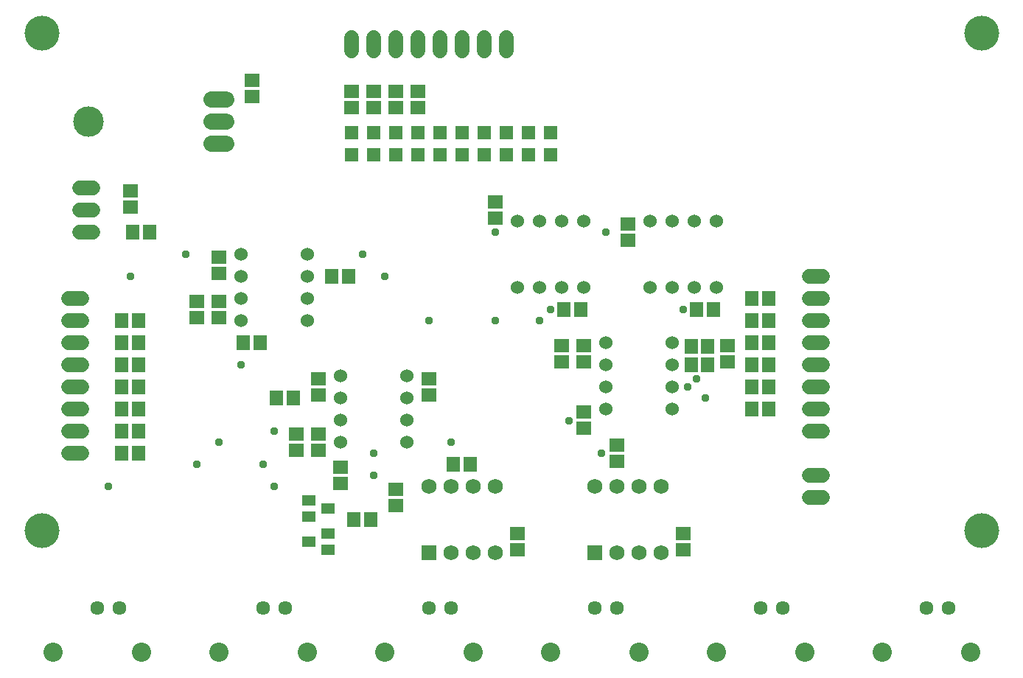
<source format=gts>
G75*
%MOIN*%
%OFA0B0*%
%FSLAX25Y25*%
%IPPOS*%
%LPD*%
%AMOC8*
5,1,8,0,0,1.08239X$1,22.5*
%
%ADD10C,0.15750*%
%ADD11R,0.05950X0.05950*%
%ADD12C,0.06343*%
%ADD13C,0.08674*%
%ADD14R,0.06706X0.05918*%
%ADD15R,0.05918X0.06706*%
%ADD16C,0.06737*%
%ADD17C,0.07400*%
%ADD18C,0.13800*%
%ADD19R,0.06800X0.06800*%
%ADD20C,0.06800*%
%ADD21C,0.06000*%
%ADD22R,0.06312X0.04737*%
%ADD23C,0.03778*%
D10*
X0011500Y0168506D03*
X0011500Y0393506D03*
X0436500Y0393506D03*
X0436500Y0168506D03*
D11*
X0241500Y0338506D03*
X0231500Y0338506D03*
X0221500Y0338506D03*
X0211500Y0338506D03*
X0201500Y0338506D03*
X0191500Y0338506D03*
X0181500Y0338506D03*
X0171500Y0338506D03*
X0161500Y0338506D03*
X0151500Y0338506D03*
X0151500Y0348506D03*
X0161500Y0348506D03*
X0171500Y0348506D03*
X0181500Y0348506D03*
X0191500Y0348506D03*
X0201500Y0348506D03*
X0211500Y0348506D03*
X0221500Y0348506D03*
X0231500Y0348506D03*
X0241500Y0348506D03*
D12*
X0261500Y0133506D03*
X0271500Y0133506D03*
X0336500Y0133506D03*
X0346500Y0133506D03*
X0411500Y0133506D03*
X0421500Y0133506D03*
X0196500Y0133506D03*
X0186500Y0133506D03*
X0121500Y0133506D03*
X0111500Y0133506D03*
X0046500Y0133506D03*
X0036500Y0133506D03*
D13*
X0016500Y0113506D03*
X0056500Y0113506D03*
X0091500Y0113506D03*
X0131500Y0113506D03*
X0166500Y0113506D03*
X0206500Y0113506D03*
X0241500Y0113506D03*
X0281500Y0113506D03*
X0316500Y0113506D03*
X0356500Y0113506D03*
X0391500Y0113506D03*
X0431500Y0113506D03*
D14*
X0301500Y0159766D03*
X0301500Y0167246D03*
X0271500Y0199766D03*
X0271500Y0207246D03*
X0256500Y0214766D03*
X0256500Y0222246D03*
X0256500Y0244766D03*
X0256500Y0252246D03*
X0246500Y0252246D03*
X0246500Y0244766D03*
X0186500Y0237246D03*
X0186500Y0229766D03*
X0146500Y0197246D03*
X0146500Y0189766D03*
X0136500Y0204766D03*
X0136500Y0212246D03*
X0126500Y0212246D03*
X0126500Y0204766D03*
X0136500Y0229766D03*
X0136500Y0237246D03*
X0091500Y0264766D03*
X0091500Y0272246D03*
X0081500Y0272246D03*
X0081500Y0264766D03*
X0091500Y0284766D03*
X0091500Y0292246D03*
X0051500Y0314766D03*
X0051500Y0322246D03*
X0106500Y0364766D03*
X0106500Y0372246D03*
X0151500Y0367246D03*
X0151500Y0359766D03*
X0161500Y0359766D03*
X0161500Y0367246D03*
X0171500Y0367246D03*
X0171500Y0359766D03*
X0181500Y0359766D03*
X0181500Y0367246D03*
X0216500Y0317246D03*
X0216500Y0309766D03*
X0276500Y0307246D03*
X0276500Y0299766D03*
X0321500Y0252246D03*
X0321500Y0244766D03*
X0226500Y0167246D03*
X0226500Y0159766D03*
X0171500Y0179766D03*
X0171500Y0187246D03*
D15*
X0160240Y0173506D03*
X0152760Y0173506D03*
X0197760Y0198506D03*
X0205240Y0198506D03*
X0247760Y0268506D03*
X0255240Y0268506D03*
X0305260Y0252006D03*
X0312740Y0252006D03*
X0312740Y0243506D03*
X0305260Y0243506D03*
X0307760Y0268506D03*
X0315240Y0268506D03*
X0332760Y0263506D03*
X0340240Y0263506D03*
X0340240Y0273506D03*
X0332760Y0273506D03*
X0332760Y0253506D03*
X0340240Y0253506D03*
X0340240Y0243506D03*
X0332760Y0243506D03*
X0332760Y0233506D03*
X0340240Y0233506D03*
X0340240Y0223506D03*
X0332760Y0223506D03*
X0150240Y0283506D03*
X0142760Y0283506D03*
X0110240Y0253506D03*
X0102760Y0253506D03*
X0117760Y0228506D03*
X0125240Y0228506D03*
X0055240Y0223506D03*
X0047760Y0223506D03*
X0047760Y0213506D03*
X0055240Y0213506D03*
X0055240Y0203506D03*
X0047760Y0203506D03*
X0047760Y0233506D03*
X0055240Y0233506D03*
X0055240Y0243506D03*
X0047760Y0243506D03*
X0047760Y0253506D03*
X0055240Y0253506D03*
X0055240Y0263506D03*
X0047760Y0263506D03*
X0052760Y0303506D03*
X0060240Y0303506D03*
D16*
X0034469Y0303506D02*
X0028531Y0303506D01*
X0028531Y0313506D02*
X0034469Y0313506D01*
X0034469Y0323506D02*
X0028531Y0323506D01*
X0029469Y0273506D02*
X0023531Y0273506D01*
X0023531Y0263506D02*
X0029469Y0263506D01*
X0029469Y0253506D02*
X0023531Y0253506D01*
X0023531Y0243506D02*
X0029469Y0243506D01*
X0029469Y0233506D02*
X0023531Y0233506D01*
X0023531Y0223506D02*
X0029469Y0223506D01*
X0029469Y0213506D02*
X0023531Y0213506D01*
X0023531Y0203506D02*
X0029469Y0203506D01*
X0151500Y0385538D02*
X0151500Y0391475D01*
X0161500Y0391475D02*
X0161500Y0385538D01*
X0171500Y0385538D02*
X0171500Y0391475D01*
X0181500Y0391475D02*
X0181500Y0385538D01*
X0191500Y0385538D02*
X0191500Y0391475D01*
X0201500Y0391475D02*
X0201500Y0385538D01*
X0211500Y0385538D02*
X0211500Y0391475D01*
X0221500Y0391475D02*
X0221500Y0385538D01*
X0358531Y0283506D02*
X0364469Y0283506D01*
X0364469Y0273506D02*
X0358531Y0273506D01*
X0358531Y0263506D02*
X0364469Y0263506D01*
X0364469Y0253506D02*
X0358531Y0253506D01*
X0358531Y0243506D02*
X0364469Y0243506D01*
X0364469Y0233506D02*
X0358531Y0233506D01*
X0358531Y0223506D02*
X0364469Y0223506D01*
X0364469Y0213506D02*
X0358531Y0213506D01*
X0358531Y0193506D02*
X0364469Y0193506D01*
X0364469Y0183506D02*
X0358531Y0183506D01*
D17*
X0094800Y0343506D02*
X0088200Y0343506D01*
X0088200Y0353506D02*
X0094800Y0353506D01*
X0094800Y0363506D02*
X0088200Y0363506D01*
D18*
X0032500Y0353506D03*
D19*
X0186500Y0158506D03*
X0261500Y0158506D03*
D20*
X0271500Y0158506D03*
X0281500Y0158506D03*
X0291500Y0158506D03*
X0291500Y0188506D03*
X0281500Y0188506D03*
X0271500Y0188506D03*
X0261500Y0188506D03*
X0216500Y0188506D03*
X0206500Y0188506D03*
X0196500Y0188506D03*
X0186500Y0188506D03*
X0196500Y0158506D03*
X0206500Y0158506D03*
X0216500Y0158506D03*
D21*
X0176500Y0208506D03*
X0176500Y0218506D03*
X0176500Y0228506D03*
X0176500Y0238506D03*
X0146500Y0238506D03*
X0146500Y0228506D03*
X0146500Y0218506D03*
X0146500Y0208506D03*
X0131500Y0263506D03*
X0131500Y0273506D03*
X0131500Y0283506D03*
X0131500Y0293506D03*
X0101500Y0293506D03*
X0101500Y0283506D03*
X0101500Y0273506D03*
X0101500Y0263506D03*
X0226500Y0278506D03*
X0236500Y0278506D03*
X0246500Y0278506D03*
X0256500Y0278506D03*
X0266500Y0253506D03*
X0266500Y0243506D03*
X0266500Y0233506D03*
X0266500Y0223506D03*
X0296500Y0223506D03*
X0296500Y0233506D03*
X0296500Y0243506D03*
X0296500Y0253506D03*
X0296500Y0278506D03*
X0286500Y0278506D03*
X0306500Y0278506D03*
X0316500Y0278506D03*
X0316500Y0308506D03*
X0306500Y0308506D03*
X0296500Y0308506D03*
X0286500Y0308506D03*
X0256500Y0308506D03*
X0246500Y0308506D03*
X0236500Y0308506D03*
X0226500Y0308506D03*
D22*
X0132169Y0182246D03*
X0132169Y0174766D03*
X0140831Y0178506D03*
X0140831Y0167246D03*
X0140831Y0159766D03*
X0132169Y0163506D03*
D23*
X0116500Y0188506D03*
X0111500Y0198506D03*
X0116500Y0213506D03*
X0091500Y0208506D03*
X0081500Y0198506D03*
X0041500Y0188506D03*
X0101500Y0243506D03*
X0051500Y0283506D03*
X0076500Y0293506D03*
X0156500Y0293506D03*
X0166500Y0283506D03*
X0186500Y0263506D03*
X0216500Y0263506D03*
X0236500Y0263506D03*
X0241500Y0268506D03*
X0216500Y0303506D03*
X0266500Y0303506D03*
X0301500Y0268506D03*
X0307760Y0237246D03*
X0303500Y0233506D03*
X0311500Y0228506D03*
X0264500Y0203506D03*
X0249947Y0218281D03*
X0196500Y0208506D03*
X0161500Y0203506D03*
X0161500Y0193506D03*
M02*

</source>
